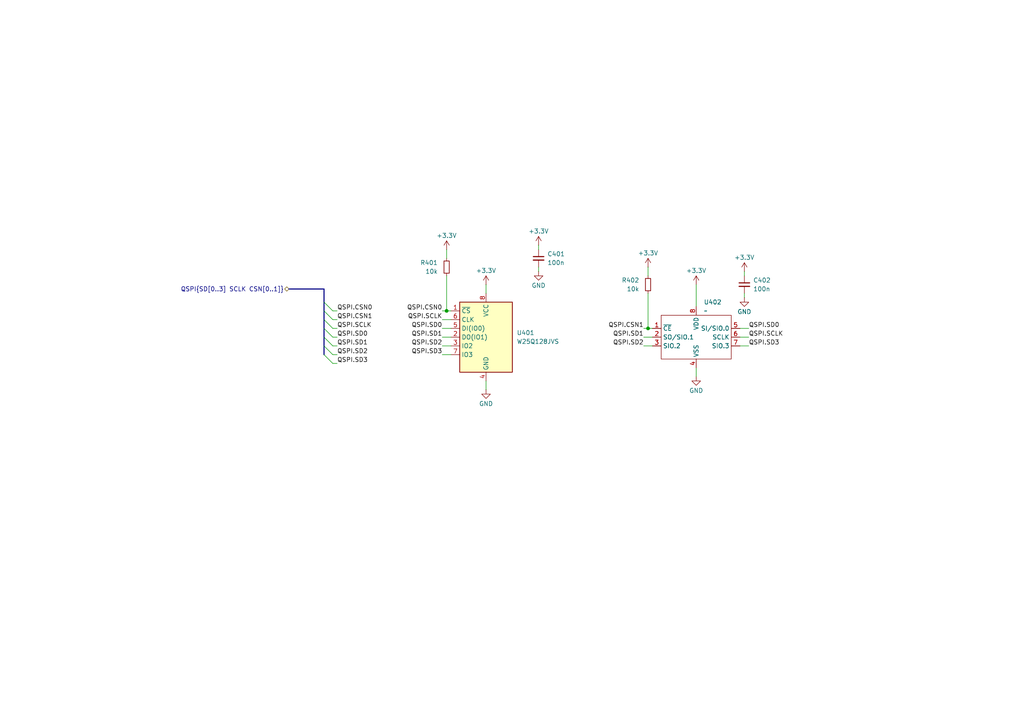
<source format=kicad_sch>
(kicad_sch (version 20231120) (generator "eeschema") (generator_version "8.0")
  (paper "A4")
  (lib_symbols
    (symbol "Device:C_Small" (pin_numbers hide) (pin_names (offset 0.254) hide)
      (property "Reference" "C" (at 0.254 1.778 0))
      (property "Value" "C_Small" (at 0.254 -2.032 0))
      (symbol "C_Small_0_1"
        (polyline (pts (xy -1.524 -0.508) (xy 1.524 -0.508)) (stroke (width 0.3302)))
        (polyline (pts (xy -1.524 0.508) (xy 1.524 0.508)) (stroke (width 0.3048)))
      )
      (symbol "C_Small_1_1"
        (pin passive line (at 0 2.54 270) (length 2.032) (name "~") (number "1"))
        (pin passive line (at 0 -2.54 90) (length 2.032) (name "~") (number "2"))
      )
    )
    (symbol "Device:R_Small" (pin_numbers hide) (pin_names (offset 0.254) hide)
      (property "Reference" "R" (at 0.762 0.508 0))
      (property "Value" "R_Small" (at 0.762 -1.016 0))
      (symbol "R_Small_0_1"
        (rectangle (start -0.762 1.778) (end 0.762 -1.778) (stroke (width 0.2032)))
      )
      (symbol "R_Small_1_1"
        (pin passive line (at 0 2.54 270) (length 0.762) (name "~") (number "1"))
        (pin passive line (at 0 -2.54 90) (length 0.762) (name "~") (number "2"))
      )
    )
    (symbol "Memory_Flash:W25Q128JVS"
      (property "Reference" "U" (at -6.35 11.43 0))
      (property "Value" "W25Q128JVS" (at 7.62 11.43 0))
      (symbol "W25Q128JVS_0_1"
        (rectangle (start -7.62 10.16) (end 7.62 -10.16) (stroke (width 0.254)) (fill (type background)))
      )
      (symbol "W25Q128JVS_1_1"
        (pin input line (at -10.16 7.62 0) (length 2.54) (name "~{CS}") (number "1"))
        (pin bidirectional line (at -10.16 0 0) (length 2.54) (name "DO(IO1)") (number "2"))
        (pin bidirectional line (at -10.16 -2.54 0) (length 2.54) (name "IO2") (number "3"))
        (pin power_in line (at 0 -12.7 90) (length 2.54) (name "GND") (number "4"))
        (pin bidirectional line (at -10.16 2.54 0) (length 2.54) (name "DI(IO0)") (number "5"))
        (pin input line (at -10.16 5.08 0) (length 2.54) (name "CLK") (number "6"))
        (pin bidirectional line (at -10.16 -5.08 0) (length 2.54) (name "IO3") (number "7"))
        (pin power_in line (at 0 12.7 270) (length 2.54) (name "VCC") (number "8"))
      )
    )
    (symbol "custom_memory:APS6404L-3SQR"
      (property "Reference" "U402" (at 2.1941 15.24 0))
      (property "Value" "~" (at 2.1941 12.7 0))
      (symbol "APS6404L-3SQR_0_1"
        (rectangle (start -10.16 11.43) (end 10.16 -1.27))
      )
      (symbol "APS6404L-3SQR_1_1"
        (pin input line (at -12.7 7.62 0) (length 2.54) (name "~{CE}") (number "1"))
        (pin input line (at -12.7 5.08 0) (length 2.54) (name "SO/SIO.1") (number "2"))
        (pin input line (at -12.7 2.54 0) (length 2.54) (name "SIO.2") (number "3"))
        (pin input line (at 0 -3.81 90) (length 2.54) (name "VSS") (number "4"))
        (pin input line (at 12.7 7.62 180) (length 2.54) (name "SI/SIO.0") (number "5"))
        (pin input line (at 12.7 5.08 180) (length 2.54) (name "SCLK") (number "6"))
        (pin input line (at 12.7 2.54 180) (length 2.54) (name "SIO.3") (number "7"))
        (pin input line (at 0 13.97 270) (length 2.54) (name "VDD") (number "8"))
      )
    )
    (symbol "power:+3.3V" (power) (pin_numbers hide) (pin_names (offset 0) hide)
      (property "Value" "+3.3V" (at 0 3.556 0))
      (symbol "+3.3V_0_1"
        (polyline (pts (xy -0.762 1.27) (xy 0 2.54)))
        (polyline (pts (xy 0 0) (xy 0 2.54)))
        (polyline (pts (xy 0 2.54) (xy 0.762 1.27)))
      )
      (symbol "+3.3V_1_1"
        (pin power_in line (at 0 0 90) (length 0) (name "~") (number "1"))
      )
    )
    (symbol "power:GND" (power) (pin_numbers hide) (pin_names (offset 0) hide)
      (property "Value" "GND" (at 0 -3.81 0))
      (symbol "GND_0_1"
        (polyline (pts (xy 0 0) (xy 0 -1.27) (xy 1.27 -1.27) (xy 0 -2.54) (xy -1.27 -1.27) (xy 0 -1.27)))
      )
      (symbol "GND_1_1"
        (pin power_in line (at 0 0 270) (length 0) (name "~") (number "1"))
      )
    )
  )
  (junction (at 129.54 90.17))
  (junction (at 187.96 95.25))
  (bus_entry (at 93.98 100.33) (size 2.54 2.54))
  (bus_entry (at 93.98 87.63) (size 2.54 2.54))
  (bus_entry (at 93.98 90.17) (size 2.54 2.54))
  (bus_entry (at 93.98 97.79) (size 2.54 2.54))
  (bus_entry (at 93.98 102.87) (size 2.54 2.54))
  (bus_entry (at 93.98 95.25) (size 2.54 2.54))
  (bus_entry (at 93.98 92.71) (size 2.54 2.54))
  (bus (pts (xy 93.98 90.17) (xy 93.98 92.71)))
  (wire (pts (xy 96.52 90.17) (xy 97.79 90.17)))
  (wire (pts (xy 96.52 102.87) (xy 97.79 102.87)))
  (wire (pts (xy 128.27 100.33) (xy 130.81 100.33)))
  (wire (pts (xy 128.27 90.17) (xy 129.54 90.17)))
  (bus (pts (xy 93.98 87.63) (xy 93.98 90.17)))
  (wire (pts (xy 129.54 80.01) (xy 129.54 90.17)))
  (wire (pts (xy 187.96 85.09) (xy 187.96 95.25)))
  (wire (pts (xy 128.27 102.87) (xy 130.81 102.87)))
  (bus (pts (xy 83.82 83.82) (xy 93.98 83.82)))
  (wire (pts (xy 96.52 92.71) (xy 97.79 92.71)))
  (wire (pts (xy 140.97 82.55) (xy 140.97 85.09)))
  (wire (pts (xy 187.96 77.47) (xy 187.96 80.01)))
  (wire (pts (xy 128.27 97.79) (xy 130.81 97.79)))
  (wire (pts (xy 96.52 95.25) (xy 97.79 95.25)))
  (wire (pts (xy 96.52 105.41) (xy 97.79 105.41)))
  (wire (pts (xy 201.93 82.55) (xy 201.93 88.9)))
  (wire (pts (xy 96.52 97.79) (xy 97.79 97.79)))
  (wire (pts (xy 217.17 97.79) (xy 214.63 97.79)))
  (bus (pts (xy 93.98 92.71) (xy 93.98 95.25)))
  (wire (pts (xy 140.97 110.49) (xy 140.97 113.03)))
  (wire (pts (xy 128.27 92.71) (xy 130.81 92.71)))
  (wire (pts (xy 156.21 77.47) (xy 156.21 78.74)))
  (wire (pts (xy 129.54 90.17) (xy 130.81 90.17)))
  (bus (pts (xy 93.98 97.79) (xy 93.98 100.33)))
  (wire (pts (xy 129.54 72.39) (xy 129.54 74.93)))
  (wire (pts (xy 187.96 95.25) (xy 189.23 95.25)))
  (wire (pts (xy 215.9 78.74) (xy 215.9 80.01)))
  (wire (pts (xy 215.9 85.09) (xy 215.9 86.36)))
  (bus (pts (xy 93.98 95.25) (xy 93.98 97.79)))
  (wire (pts (xy 186.69 100.33) (xy 189.23 100.33)))
  (wire (pts (xy 214.63 95.25) (xy 217.17 95.25)))
  (wire (pts (xy 156.21 71.12) (xy 156.21 72.39)))
  (bus (pts (xy 93.98 100.33) (xy 93.98 102.87)))
  (bus (pts (xy 93.98 83.82) (xy 93.98 87.63)))
  (wire (pts (xy 128.27 95.25) (xy 130.81 95.25)))
  (wire (pts (xy 217.17 100.33) (xy 214.63 100.33)))
  (wire (pts (xy 186.69 95.25) (xy 187.96 95.25)))
  (wire (pts (xy 186.69 97.79) (xy 189.23 97.79)))
  (wire (pts (xy 96.52 100.33) (xy 97.79 100.33)))
  (wire (pts (xy 201.93 106.68) (xy 201.93 109.22)))
  (label "QSPI.SD0" (at 128.27 95.25 180))
  (label "QSPI.CSN1" (at 186.69 95.25 180))
  (label "QSPI.SCLK" (at 97.79 95.25 0))
  (label "QSPI.SD3" (at 217.17 100.33 0))
  (label "QSPI.SCLK" (at 217.17 97.79 0))
  (label "QSPI.SD1" (at 97.79 100.33 0))
  (label "QSPI.SD2" (at 186.69 100.33 180))
  (label "QSPI.CSN1" (at 97.79 92.71 0))
  (label "QSPI.SD1" (at 128.27 97.79 180))
  (label "QSPI.SD0" (at 97.79 97.79 0))
  (label "QSPI.SCLK" (at 128.27 92.71 180))
  (label "QSPI.CSN0" (at 97.79 90.17 0))
  (label "QSPI.CSN0" (at 128.27 90.17 180))
  (label "QSPI.SD0" (at 217.17 95.25 0))
  (label "QSPI.SD1" (at 186.69 97.79 180))
  (label "QSPI.SD3" (at 97.79 105.41 0))
  (label "QSPI.SD2" (at 97.79 102.87 0))
  (label "QSPI.SD2" (at 128.27 100.33 180))
  (label "QSPI.SD3" (at 128.27 102.87 180))
  (hierarchical_label "QSPI{SD[0..3] SCLK CSN[0..1]}" (shape bidirectional) (at 83.82 83.82 180))
  (symbol (lib_id "power:+3.3V") (at 187.96 77.47 0) (unit 1)
    (property "Reference" "#PWR0406" (effects (hide yes)))
    (property "Value" "+3.3V" (at 187.96 73.406 0))
    (property "Description" "Power symbol creates a global label with name \"+3.3V\"" (effects (hide yes)))
  )
  (symbol (lib_id "power:+3.3V") (at 201.93 82.55 0) (unit 1)
    (property "Reference" "#PWR0410" (effects (hide yes)))
    (property "Value" "+3.3V" (at 201.93 78.486 0))
    (property "Description" "Power symbol creates a global label with name \"+3.3V\"" (effects (hide yes)))
  )
  (symbol (lib_id "power:+3.3V") (at 140.97 82.55 0) (unit 1)
    (property "Reference" "#PWR0403" (effects (hide yes)))
    (property "Value" "+3.3V" (at 140.97 78.486 0))
    (property "Description" "Power symbol creates a global label with name \"+3.3V\"" (effects (hide yes)))
  )
  (symbol (lib_id "power:GND") (at 156.21 78.74 0) (unit 1)
    (property "Reference" "#PWR0401" (effects (hide yes)))
    (property "Value" "GND" (at 156.21 82.804 0))
    (property "Description" "Power symbol creates a global label with name \"GND\" , ground" (effects (hide yes)))
  )
  (symbol (lib_id "power:GND") (at 215.9 86.36 0) (unit 1)
    (property "Reference" "#PWR0409" (effects (hide yes)))
    (property "Value" "GND" (at 215.9 90.424 0))
    (property "Description" "Power symbol creates a global label with name \"GND\" , ground" (effects (hide yes)))
  )
  (symbol (lib_id "power:GND") (at 201.93 109.22 0) (unit 1)
    (property "Reference" "#PWR0407" (effects (hide yes)))
    (property "Value" "GND" (at 201.93 113.284 0))
    (property "Description" "Power symbol creates a global label with name \"GND\" , ground" (effects (hide yes)))
  )
  (symbol (lib_id "custom_memory:APS6404L-3SQR") (at 201.93 102.87 0) (unit 1)
    (property "Reference" "U402" (at 204.1241 87.63 0) (effects (justify left)))
    (property "Value" "~" (at 204.1241 90.17 0) (effects (justify left)))
    (property "Footprint" "Package_SO:SOIC-8_3.9x4.9mm_P1.27mm" (effects (hide yes)))
  )
  (symbol (lib_id "power:+3.3V") (at 129.54 72.39 0) (unit 1)
    (property "Reference" "#PWR0405" (effects (hide yes)))
    (property "Value" "+3.3V" (at 129.54 68.326 0))
    (property "Description" "Power symbol creates a global label with name \"+3.3V\"" (effects (hide yes)))
  )
  (symbol (lib_id "power:+3.3V") (at 215.9 78.74 0) (unit 1)
    (property "Reference" "#PWR0408" (effects (hide yes)))
    (property "Value" "+3.3V" (at 215.9 74.676 0))
    (property "Description" "Power symbol creates a global label with name \"+3.3V\"" (effects (hide yes)))
  )
  (symbol (lib_id "power:+3.3V") (at 156.21 71.12 0) (unit 1)
    (property "Reference" "#PWR0402" (effects (hide yes)))
    (property "Value" "+3.3V" (at 156.21 67.056 0))
    (property "Description" "Power symbol creates a global label with name \"+3.3V\"" (effects (hide yes)))
  )
  (symbol (lib_id "Device:C_Small") (at 215.9 82.55 0) (unit 1)
    (property "Reference" "C402" (at 218.44 81.2862 0) (effects (justify left)))
    (property "Value" "100n" (at 218.44 83.8262 0) (effects (justify left)))
    (property "Footprint" "Resistor_SMD:R_0603_1608Metric" (effects (hide yes)))
    (property "Description" "Unpolarized capacitor, small symbol" (effects (hide yes)))
  )
  (symbol (lib_id "Memory_Flash:W25Q128JVS") (at 140.97 97.79 0) (unit 1)
    (property "Reference" "U401" (at 149.86 96.5199 0) (effects (justify left)))
    (property "Value" "W25Q128JVS" (at 149.86 99.0599 0) (effects (justify left)))
    (property "Footprint" "Package_SO:SOIC-8_5.23x5.23mm_P1.27mm" (effects (hide yes)))
    (property "Datasheet" "https://www.winbond.com/resource-files/w25q128jv_dtr%20revc%2003272018%20plus.pdf" (effects (hide yes)))
    (property "Description" "128Mb Serial Flash Memory, Standard/Dual/Quad SPI, SOIC-8" (effects (hide yes)))
  )
  (symbol (lib_id "Device:C_Small") (at 156.21 74.93 0) (unit 1)
    (property "Reference" "C401" (at 158.75 73.6662 0) (effects (justify left)))
    (property "Value" "100n" (at 158.75 76.2062 0) (effects (justify left)))
    (property "Footprint" "Resistor_SMD:R_0603_1608Metric" (effects (hide yes)))
    (property "Description" "Unpolarized capacitor, small symbol" (effects (hide yes)))
  )
  (symbol (lib_id "Device:R_Small") (at 187.96 82.55 0) (mirror y) (unit 1)
    (property "Reference" "R402" (at 185.42 81.2799 0) (effects (justify left)))
    (property "Value" "10k" (at 185.42 83.8199 0) (effects (justify left)))
    (property "Footprint" "Resistor_SMD:R_0603_1608Metric" (effects (hide yes)))
    (property "Description" "Resistor, small symbol" (effects (hide yes)))
  )
  (symbol (lib_id "power:GND") (at 140.97 113.03 0) (unit 1)
    (property "Reference" "#PWR0404" (effects (hide yes)))
    (property "Value" "GND" (at 140.97 117.094 0))
    (property "Description" "Power symbol creates a global label with name \"GND\" , ground" (effects (hide yes)))
  )
  (symbol (lib_id "Device:R_Small") (at 129.54 77.47 0) (mirror y) (unit 1)
    (property "Reference" "R401" (at 127 76.1999 0) (effects (justify left)))
    (property "Value" "10k" (at 127 78.7399 0) (effects (justify left)))
    (property "Footprint" "Resistor_SMD:R_0603_1608Metric" (effects (hide yes)))
    (property "Description" "Resistor, small symbol" (effects (hide yes)))
  )
)
</source>
